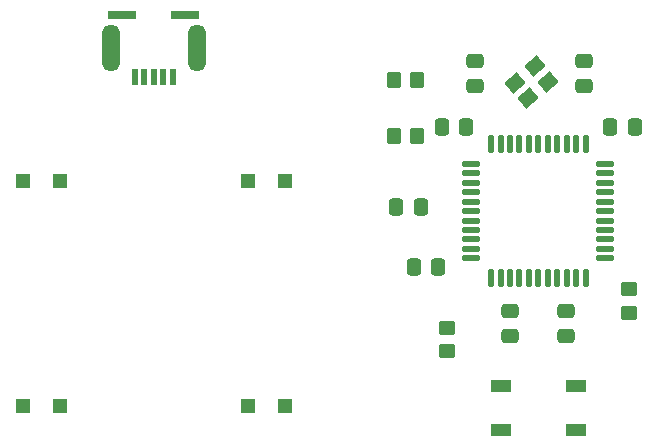
<source format=gbp>
%TF.GenerationSoftware,KiCad,Pcbnew,(6.0.2)*%
%TF.CreationDate,2022-04-17T22:42:43-04:00*%
%TF.ProjectId,macropadfr,6d616372-6f70-4616-9466-722e6b696361,rev?*%
%TF.SameCoordinates,Original*%
%TF.FileFunction,Paste,Bot*%
%TF.FilePolarity,Positive*%
%FSLAX46Y46*%
G04 Gerber Fmt 4.6, Leading zero omitted, Abs format (unit mm)*
G04 Created by KiCad (PCBNEW (6.0.2)) date 2022-04-17 22:42:43*
%MOMM*%
%LPD*%
G01*
G04 APERTURE LIST*
G04 Aperture macros list*
%AMRoundRect*
0 Rectangle with rounded corners*
0 $1 Rounding radius*
0 $2 $3 $4 $5 $6 $7 $8 $9 X,Y pos of 4 corners*
0 Add a 4 corners polygon primitive as box body*
4,1,4,$2,$3,$4,$5,$6,$7,$8,$9,$2,$3,0*
0 Add four circle primitives for the rounded corners*
1,1,$1+$1,$2,$3*
1,1,$1+$1,$4,$5*
1,1,$1+$1,$6,$7*
1,1,$1+$1,$8,$9*
0 Add four rect primitives between the rounded corners*
20,1,$1+$1,$2,$3,$4,$5,0*
20,1,$1+$1,$4,$5,$6,$7,0*
20,1,$1+$1,$6,$7,$8,$9,0*
20,1,$1+$1,$8,$9,$2,$3,0*%
%AMRotRect*
0 Rectangle, with rotation*
0 The origin of the aperture is its center*
0 $1 length*
0 $2 width*
0 $3 Rotation angle, in degrees counterclockwise*
0 Add horizontal line*
21,1,$1,$2,0,0,$3*%
G04 Aperture macros list end*
%ADD10RoundRect,0.250000X-0.350000X-0.450000X0.350000X-0.450000X0.350000X0.450000X-0.350000X0.450000X0*%
%ADD11R,1.700000X1.000000*%
%ADD12RoundRect,0.250000X-0.337500X-0.475000X0.337500X-0.475000X0.337500X0.475000X-0.337500X0.475000X0*%
%ADD13R,1.200000X1.200000*%
%ADD14R,0.500000X1.400000*%
%ADD15R,2.350000X0.800000*%
%ADD16O,1.500000X4.000000*%
%ADD17RotRect,1.400000X1.200000X40.000000*%
%ADD18RoundRect,0.250000X0.475000X-0.337500X0.475000X0.337500X-0.475000X0.337500X-0.475000X-0.337500X0*%
%ADD19RoundRect,0.250000X0.337500X0.475000X-0.337500X0.475000X-0.337500X-0.475000X0.337500X-0.475000X0*%
%ADD20RoundRect,0.250000X-0.475000X0.337500X-0.475000X-0.337500X0.475000X-0.337500X0.475000X0.337500X0*%
%ADD21RoundRect,0.137500X-0.600000X-0.137500X0.600000X-0.137500X0.600000X0.137500X-0.600000X0.137500X0*%
%ADD22RoundRect,0.137500X-0.137500X-0.600000X0.137500X-0.600000X0.137500X0.600000X-0.137500X0.600000X0*%
%ADD23RoundRect,0.250000X-0.450000X0.350000X-0.450000X-0.350000X0.450000X-0.350000X0.450000X0.350000X0*%
G04 APERTURE END LIST*
D10*
%TO.C,Rusb1*%
X191750000Y-84250000D03*
X193750000Y-84250000D03*
%TD*%
D11*
%TO.C,reset_switch1*%
X200850000Y-109200000D03*
X207150000Y-109200000D03*
X200850000Y-105400000D03*
X207150000Y-105400000D03*
%TD*%
D12*
%TO.C,Cusb1*%
X191962500Y-90250000D03*
X194037500Y-90250000D03*
%TD*%
D13*
%TO.C,D3*%
X182550000Y-88106250D03*
X179400000Y-88106250D03*
%TD*%
%TO.C,D2*%
X163500000Y-107156250D03*
X160350000Y-107156250D03*
%TD*%
D14*
%TO.C,Micro_USB1*%
X169850000Y-79250000D03*
X170650000Y-79250000D03*
X171450000Y-79250000D03*
X172250000Y-79250000D03*
X173050000Y-79250000D03*
D15*
X174125000Y-74050000D03*
X168775000Y-74050000D03*
D16*
X175100000Y-76850000D03*
X167800000Y-76850000D03*
%TD*%
D17*
%TO.C,clock1*%
X202017232Y-79785929D03*
X203702529Y-78371796D03*
X204795268Y-79674071D03*
X203109971Y-81088204D03*
%TD*%
D18*
%TO.C,CCryst2*%
X207906250Y-80037500D03*
X207906250Y-77962500D03*
%TD*%
D19*
%TO.C,Cd1*%
X197893750Y-83487500D03*
X195818750Y-83487500D03*
%TD*%
D12*
%TO.C,Cd2*%
X210106250Y-83487500D03*
X212181250Y-83487500D03*
%TD*%
D20*
%TO.C,Cd4*%
X201618750Y-99118750D03*
X201618750Y-101193750D03*
%TD*%
D21*
%TO.C,processor1*%
X198337500Y-94631250D03*
X198337500Y-93831250D03*
X198337500Y-93031250D03*
X198337500Y-92231250D03*
X198337500Y-91431250D03*
X198337500Y-90631250D03*
X198337500Y-89831250D03*
X198337500Y-89031250D03*
X198337500Y-88231250D03*
X198337500Y-87431250D03*
X198337500Y-86631250D03*
D22*
X200000000Y-84968750D03*
X200800000Y-84968750D03*
X201600000Y-84968750D03*
X202400000Y-84968750D03*
X203200000Y-84968750D03*
X204000000Y-84968750D03*
X204800000Y-84968750D03*
X205600000Y-84968750D03*
X206400000Y-84968750D03*
X207200000Y-84968750D03*
X208000000Y-84968750D03*
D21*
X209662500Y-86631250D03*
X209662500Y-87431250D03*
X209662500Y-88231250D03*
X209662500Y-89031250D03*
X209662500Y-89831250D03*
X209662500Y-90631250D03*
X209662500Y-91431250D03*
X209662500Y-92231250D03*
X209662500Y-93031250D03*
X209662500Y-93831250D03*
X209662500Y-94631250D03*
D22*
X208000000Y-96293750D03*
X207200000Y-96293750D03*
X206400000Y-96293750D03*
X205600000Y-96293750D03*
X204800000Y-96293750D03*
X204000000Y-96293750D03*
X203200000Y-96293750D03*
X202400000Y-96293750D03*
X201600000Y-96293750D03*
X200800000Y-96293750D03*
X200000000Y-96293750D03*
%TD*%
D23*
%TO.C,Rreset1*%
X196250000Y-100500000D03*
X196250000Y-102500000D03*
%TD*%
D13*
%TO.C,D4*%
X182550000Y-107156250D03*
X179400000Y-107156250D03*
%TD*%
D20*
%TO.C,Cd3*%
X206381250Y-99118750D03*
X206381250Y-101193750D03*
%TD*%
D23*
%TO.C,Rboot1*%
X211656250Y-97250000D03*
X211656250Y-99250000D03*
%TD*%
D10*
%TO.C,Rusb2*%
X191750000Y-79500000D03*
X193750000Y-79500000D03*
%TD*%
D13*
%TO.C,D1*%
X163500000Y-88106250D03*
X160350000Y-88106250D03*
%TD*%
D18*
%TO.C,CCryst1*%
X198656250Y-80037500D03*
X198656250Y-77962500D03*
%TD*%
D19*
%TO.C,Cu1*%
X195512500Y-95393750D03*
X193437500Y-95393750D03*
%TD*%
M02*

</source>
